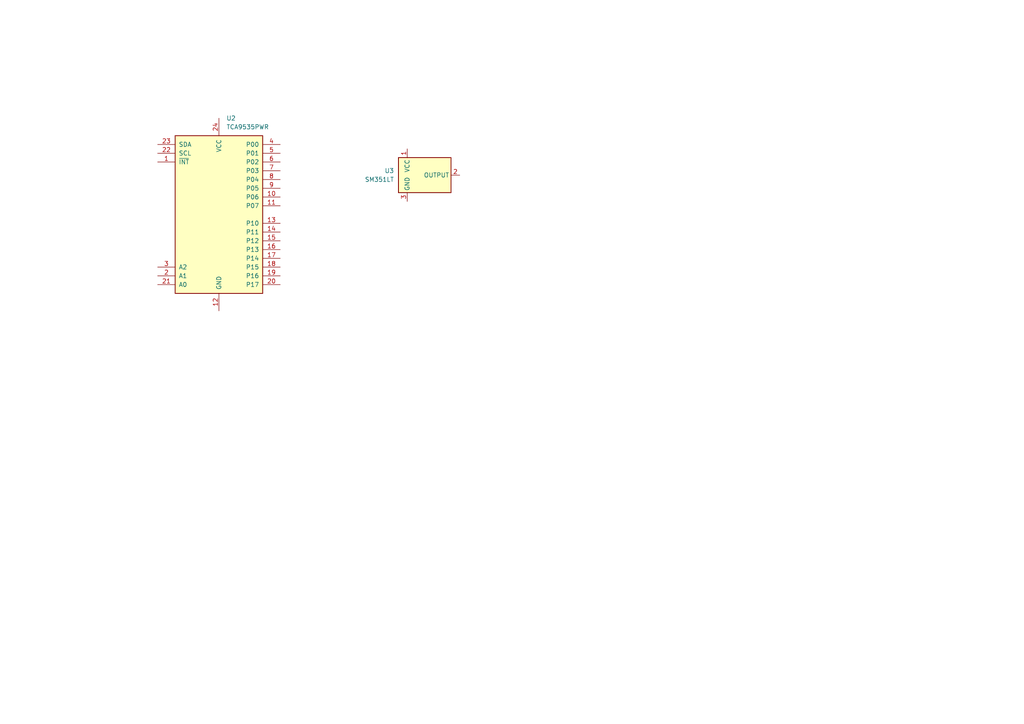
<source format=kicad_sch>
(kicad_sch (version 20250114) (generator "eeschema") (generator_version "9.0")
  (paper "A4")
  (lib_symbols
    (symbol "Interface_Expansion:TCA9535PWR" (pin_names (offset 1.016))
      (property "Reference" "U" (at -11.43 24.13 0))
      (property "Value" "TCA9535PWR" (at 0 0 0))
      (symbol "TCA9535PWR_0_1"
        (rectangle (start -12.7 22.86) (end 12.7 -22.86) (stroke (width 0.254)) (fill (type background)))
      )
      (symbol "TCA9535PWR_1_1"
        (pin bidirectional line (at -17.78 20.32 0) (length 5.08) (name "SDA") (number "23"))
        (pin input line (at -17.78 17.78 0) (length 5.08) (name "SCL") (number "22"))
        (pin open_collector line (at -17.78 15.24 0) (length 5.08) (name "~{INT}") (number "1"))
        (pin input line (at -17.78 -15.24 0) (length 5.08) (name "A2") (number "3"))
        (pin input line (at -17.78 -17.78 0) (length 5.08) (name "A1") (number "2"))
        (pin input line (at -17.78 -20.32 0) (length 5.08) (name "A0") (number "21"))
        (pin power_in line (at 0 27.94 270) (length 5.08) (name "VCC") (number "24"))
        (pin power_in line (at 0 -27.94 90) (length 5.08) (name "GND") (number "12"))
        (pin bidirectional line (at 17.78 20.32 180) (length 5.08) (name "P00") (number "4"))
        (pin bidirectional line (at 17.78 17.78 180) (length 5.08) (name "P01") (number "5"))
        (pin bidirectional line (at 17.78 15.24 180) (length 5.08) (name "P02") (number "6"))
        (pin bidirectional line (at 17.78 12.7 180) (length 5.08) (name "P03") (number "7"))
        (pin bidirectional line (at 17.78 10.16 180) (length 5.08) (name "P04") (number "8"))
        (pin bidirectional line (at 17.78 7.62 180) (length 5.08) (name "P05") (number "9"))
        (pin bidirectional line (at 17.78 5.08 180) (length 5.08) (name "P06") (number "10"))
        (pin bidirectional line (at 17.78 2.54 180) (length 5.08) (name "P07") (number "11"))
        (pin bidirectional line (at 17.78 -2.54 180) (length 5.08) (name "P10") (number "13"))
        (pin bidirectional line (at 17.78 -5.08 180) (length 5.08) (name "P11") (number "14"))
        (pin bidirectional line (at 17.78 -7.62 180) (length 5.08) (name "P12") (number "15"))
        (pin bidirectional line (at 17.78 -10.16 180) (length 5.08) (name "P13") (number "16"))
        (pin bidirectional line (at 17.78 -12.7 180) (length 5.08) (name "P14") (number "17"))
        (pin bidirectional line (at 17.78 -15.24 180) (length 5.08) (name "P15") (number "18"))
        (pin bidirectional line (at 17.78 -17.78 180) (length 5.08) (name "P16") (number "19"))
        (pin bidirectional line (at 17.78 -20.32 180) (length 5.08) (name "P17") (number "20"))
      )
    )
    (symbol "Sensor_Magnetic:SM351LT"
      (property "Reference" "U" (at 5.08 8.89 0))
      (property "Value" "SM351LT" (at 2.54 6.35 0))
      (symbol "SM351LT_0_1"
        (rectangle (start 7.62 5.08) (end -7.62 -5.08) (stroke (width 0.254)) (fill (type background)))
      )
      (symbol "SM351LT_1_1"
        (pin power_in line (at -5.08 7.62 270) (length 2.54) (name "VCC") (number "1"))
        (pin power_in line (at -5.08 -7.62 90) (length 2.54) (name "GND") (number "3"))
        (pin output line (at 10.16 0 180) (length 2.54) (name "OUTPUT") (number "2"))
      )
    )
  )
  (symbol (lib_id "Interface_Expansion:TCA9535PWR") (at 63.5 62.23 0) (unit 1)
    (property "Reference" "U2" (at 65.6433 34.29 0) (effects (justify left)))
    (property "Value" "TCA9535PWR" (at 65.6433 36.83 0) (effects (justify left)))
    (property "Footprint" "Package_SO:TSSOP-24_4.4x7.8mm_P0.65mm" (effects (hide yes)))
    (property "Datasheet" "http://www.ti.com/lit/ds/symlink/tca9535.pdf" (effects (hide yes)))
    (property "Description" "16-bit I/O expander, I2C and SMBus interface, interrupts, w/o pull-ups, TSSOP-24 package" (effects (hide yes)))
  )
  (symbol (lib_id "Sensor_Magnetic:SM351LT") (at 123.19 50.8 0) (unit 1)
    (property "Reference" "U3" (at 114.3 49.5299 0) (effects (justify right)))
    (property "Value" "SM351LT" (at 114.3 52.0699 0) (effects (justify right)))
    (property "Footprint" "Package_TO_SOT_SMD:SOT-23" (effects (hide yes)))
    (property "Datasheet" "https://sensing.honeywell.com/honeywell-sensing-nanopower-series-product-sheet-50095501-a-en.pdf" (effects (hide yes)))
    (property "Description" "Hall Effect Switch, SOT-23" (effects (hide yes)))
  )
)
</source>
